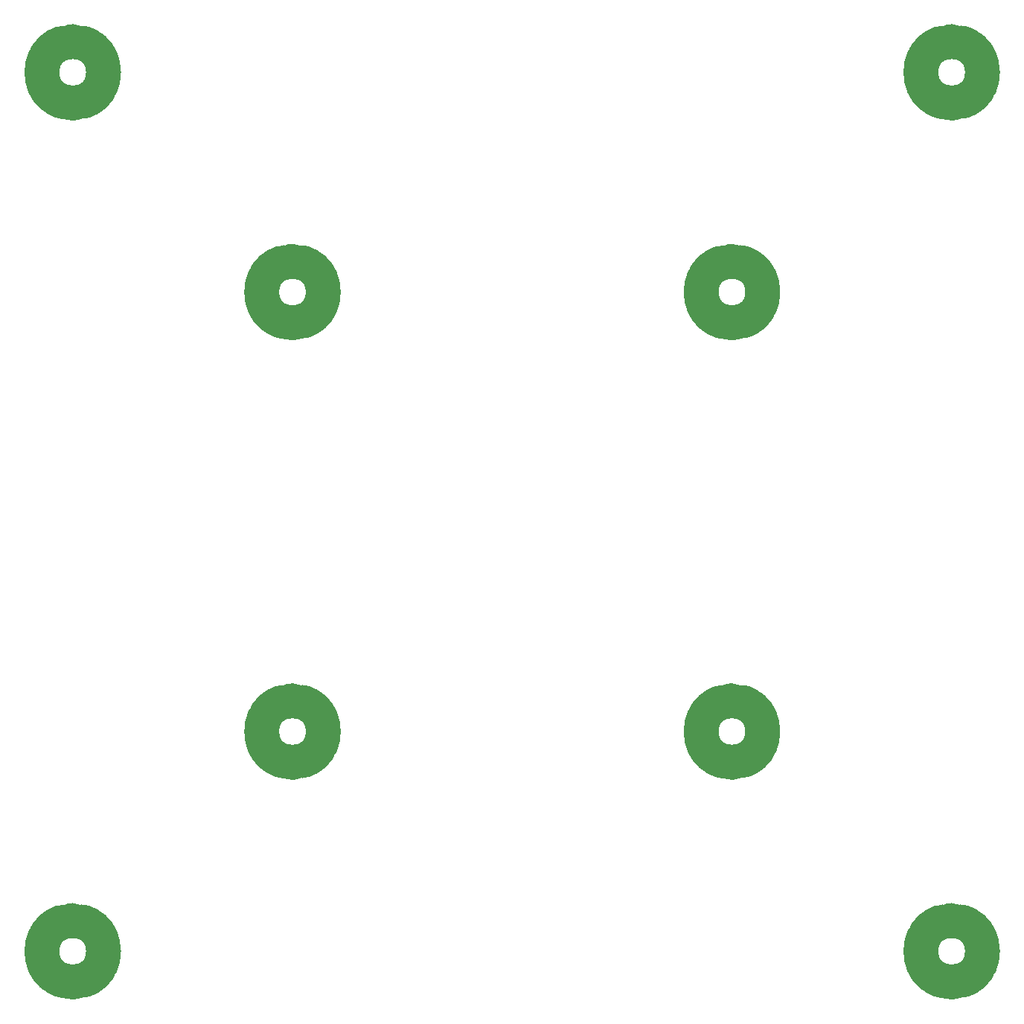
<source format=gts>
G04*
G04 #@! TF.GenerationSoftware,Altium Limited,Altium Designer,22.2.1 (43)*
G04*
G04 Layer_Color=8388736*
%FSLAX25Y25*%
%MOIN*%
G70*
G04*
G04 #@! TF.SameCoordinates,45D0AC0B-6FF6-4A69-A9E9-FFEFCF31C2CF*
G04*
G04*
G04 #@! TF.FilePolarity,Negative*
G04*
G01*
G75*
%ADD10C,0.15748*%
D10*
X112106Y98425D02*
G03*
X112106Y98425I-13780J0D01*
G01*
X210531Y-196850D02*
G03*
X210531Y-196850I-13780J0D01*
G01*
X112106Y-98425D02*
G03*
X112106Y-98425I-13780J0D01*
G01*
X210531Y196850D02*
G03*
X210531Y196850I-13780J0D01*
G01*
X-183169Y196850D02*
G03*
X-183169Y196850I-13780J0D01*
G01*
X-84744Y98425D02*
G03*
X-84744Y98425I-13780J0D01*
G01*
Y-98425D02*
G03*
X-84744Y-98425I-13780J0D01*
G01*
X-183169Y-196850D02*
G03*
X-183169Y-196850I-13780J0D01*
G01*
M02*

</source>
